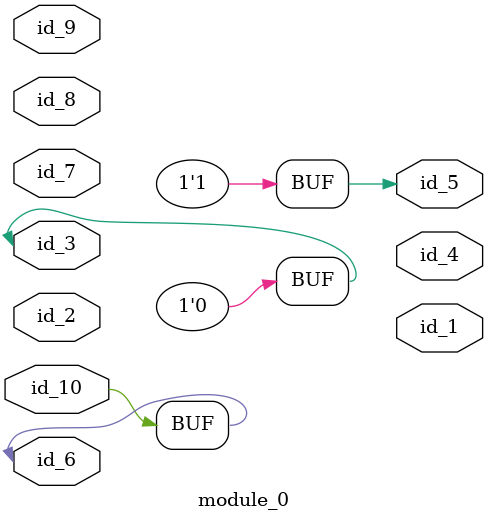
<source format=v>
module module_0 (
    id_1,
    id_2,
    id_3,
    id_4,
    id_5,
    id_6,
    id_7,
    id_8,
    id_9,
    id_10
);
  inout id_10;
  input id_9;
  input id_8;
  input id_7;
  inout id_6;
  output id_5;
  output id_4;
  inout id_3;
  inout id_2;
  output id_1;
  initial begin
    id_3 <= "";
    id_6 = id_10;
    id_5 <= 1;
  end
endmodule

</source>
